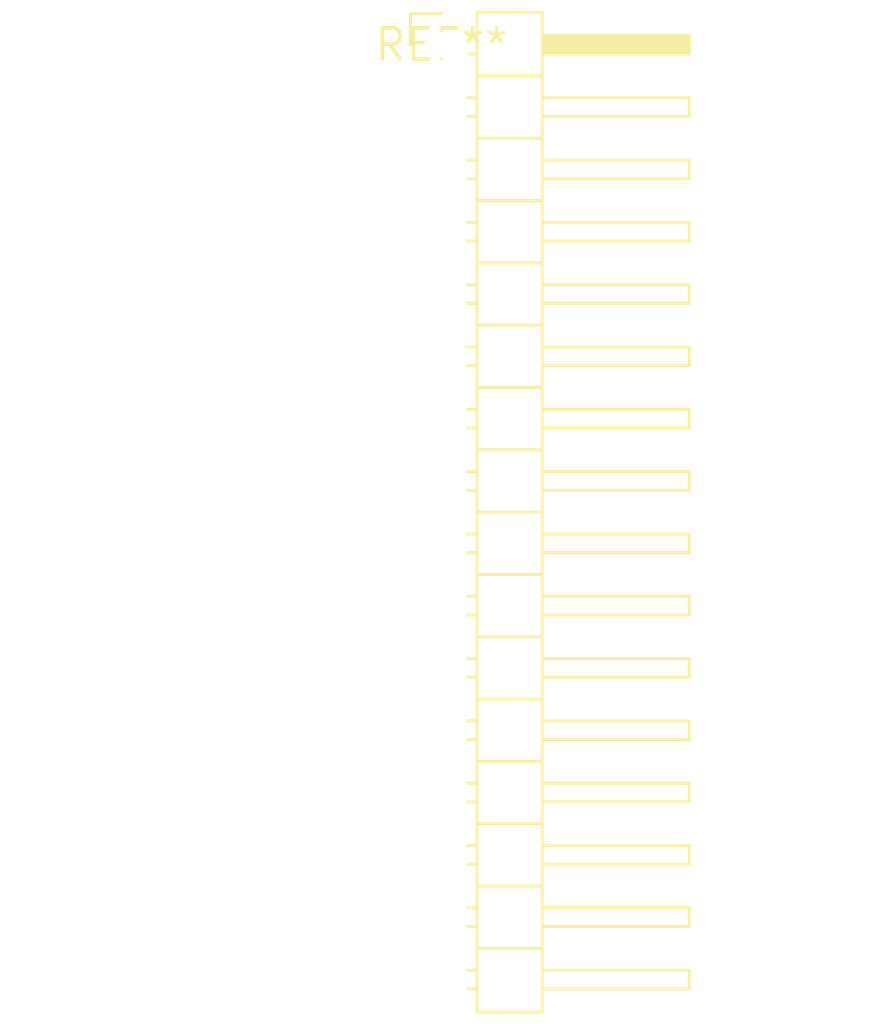
<source format=kicad_pcb>
(kicad_pcb (version 20240108) (generator pcbnew)
  (layers (0 "F.Cu" signal) (31 "B.Cu" signal) (34 "B.Paste" user) (35 "F.Paste" user) (36 "B.SilkS" user "B.Silkscreen") (37 "F.SilkS" user "F.Silkscreen") (38 "B.Mask" user) (39 "F.Mask" user) (44 "Edge.Cuts" user))
  (net 0 "")
  (footprint "PinHeader_1x16_P2.54mm_Horizontal" (layer "F.Cu") (at 0 0)
    (property "Reference" "REF**")
    (property "Value" "PinHeader_1x16_P2.54mm_Horizontal")
    (fp_line (start -1.27 -1.27) (end 0 -1.27) (layer "F.SilkS") (stroke (width 0.12)))
    (fp_line (start -1.27 0) (end -1.27 -1.27) (layer "F.SilkS") (stroke (width 0.12)))
    (fp_line (start 1.042929 2.16) (end 1.44 2.16) (layer "F.SilkS") (stroke (width 0.12)))
    (fp_line (start 1.042929 2.92) (end 1.44 2.92) (layer "F.SilkS") (stroke (width 0.12)))
    (fp_line (start 1.042929 4.7) (end 1.44 4.7) (layer "F.SilkS") (stroke (width 0.12)))
    (fp_line (start 1.042929 5.46) (end 1.44 5.46) (layer "F.SilkS") (stroke (width 0.12)))
    (fp_line (start 1.042929 7.24) (end 1.44 7.24) (layer "F.SilkS") (stroke (width 0.12)))
    (fp_line (start 1.042929 8) (end 1.44 8) (layer "F.SilkS") (stroke (width 0.12)))
    (fp_line (start 1.042929 9.78) (end 1.44 9.78) (layer "F.SilkS") (stroke (width 0.12)))
    (fp_line (start 1.042929 10.54) (end 1.44 10.54) (layer "F.SilkS") (stroke (width 0.12)))
    (fp_line (start 1.042929 12.32) (end 1.44 12.32) (layer "F.SilkS") (stroke (width 0.12)))
    (fp_line (start 1.042929 13.08) (end 1.44 13.08) (layer "F.SilkS") (stroke (width 0.12)))
    (fp_line (start 1.042929 14.86) (end 1.44 14.86) (layer "F.SilkS") (stroke (width 0.12)))
    (fp_line (start 1.042929 15.62) (end 1.44 15.62) (layer "F.SilkS") (stroke (width 0.12)))
    (fp_line (start 1.042929 17.4) (end 1.44 17.4) (layer "F.SilkS") (stroke (width 0.12)))
    (fp_line (start 1.042929 18.16) (end 1.44 18.16) (layer "F.SilkS") (stroke (width 0.12)))
    (fp_line (start 1.042929 19.94) (end 1.44 19.94) (layer "F.SilkS") (stroke (width 0.12)))
    (fp_line (start 1.042929 20.7) (end 1.44 20.7) (layer "F.SilkS") (stroke (width 0.12)))
    (fp_line (start 1.042929 22.48) (end 1.44 22.48) (layer "F.SilkS") (stroke (width 0.12)))
    (fp_line (start 1.042929 23.24) (end 1.44 23.24) (layer "F.SilkS") (stroke (width 0.12)))
    (fp_line (start 1.042929 25.02) (end 1.44 25.02) (layer "F.SilkS") (stroke (width 0.12)))
    (fp_line (start 1.042929 25.78) (end 1.44 25.78) (layer "F.SilkS") (stroke (width 0.12)))
    (fp_line (start 1.042929 27.56) (end 1.44 27.56) (layer "F.SilkS") (stroke (width 0.12)))
    (fp_line (start 1.042929 28.32) (end 1.44 28.32) (layer "F.SilkS") (stroke (width 0.12)))
    (fp_line (start 1.042929 30.1) (end 1.44 30.1) (layer "F.SilkS") (stroke (width 0.12)))
    (fp_line (start 1.042929 30.86) (end 1.44 30.86) (layer "F.SilkS") (stroke (width 0.12)))
    (fp_line (start 1.042929 32.64) (end 1.44 32.64) (layer "F.SilkS") (stroke (width 0.12)))
    (fp_line (start 1.042929 33.4) (end 1.44 33.4) (layer "F.SilkS") (stroke (width 0.12)))
    (fp_line (start 1.042929 35.18) (end 1.44 35.18) (layer "F.SilkS") (stroke (width 0.12)))
    (fp_line (start 1.042929 35.94) (end 1.44 35.94) (layer "F.SilkS") (stroke (width 0.12)))
    (fp_line (start 1.042929 37.72) (end 1.44 37.72) (layer "F.SilkS") (stroke (width 0.12)))
    (fp_line (start 1.042929 38.48) (end 1.44 38.48) (layer "F.SilkS") (stroke (width 0.12)))
    (fp_line (start 1.11 -0.38) (end 1.44 -0.38) (layer "F.SilkS") (stroke (width 0.12)))
    (fp_line (start 1.11 0.38) (end 1.44 0.38) (layer "F.SilkS") (stroke (width 0.12)))
    (fp_line (start 1.44 -1.33) (end 1.44 39.43) (layer "F.SilkS") (stroke (width 0.12)))
    (fp_line (start 1.44 1.27) (end 4.1 1.27) (layer "F.SilkS") (stroke (width 0.12)))
    (fp_line (start 1.44 3.81) (end 4.1 3.81) (layer "F.SilkS") (stroke (width 0.12)))
    (fp_line (start 1.44 6.35) (end 4.1 6.35) (layer "F.SilkS") (stroke (width 0.12)))
    (fp_line (start 1.44 8.89) (end 4.1 8.89) (layer "F.SilkS") (stroke (width 0.12)))
    (fp_line (start 1.44 11.43) (end 4.1 11.43) (layer "F.SilkS") (stroke (width 0.12)))
    (fp_line (start 1.44 13.97) (end 4.1 13.97) (layer "F.SilkS") (stroke (width 0.12)))
    (fp_line (start 1.44 16.51) (end 4.1 16.51) (layer "F.SilkS") (stroke (width 0.12)))
    (fp_line (start 1.44 19.05) (end 4.1 19.05) (layer "F.SilkS") (stroke (width 0.12)))
    (fp_line (start 1.44 21.59) (end 4.1 21.59) (layer "F.SilkS") (stroke (width 0.12)))
    (fp_line (start 1.44 24.13) (end 4.1 24.13) (layer "F.SilkS") (stroke (width 0.12)))
    (fp_line (start 1.44 26.67) (end 4.1 26.67) (layer "F.SilkS") (stroke (width 0.12)))
    (fp_line (start 1.44 29.21) (end 4.1 29.21) (layer "F.SilkS") (stroke (width 0.12)))
    (fp_line (start 1.44 31.75) (end 4.1 31.75) (layer "F.SilkS") (stroke (width 0.12)))
    (fp_line (start 1.44 34.29) (end 4.1 34.29) (layer "F.SilkS") (stroke (width 0.12)))
    (fp_line (start 1.44 36.83) (end 4.1 36.83) (layer "F.SilkS") (stroke (width 0.12)))
    (fp_line (start 1.44 39.43) (end 4.1 39.43) (layer "F.SilkS") (stroke (width 0.12)))
    (fp_line (start 4.1 -1.33) (end 1.44 -1.33) (layer "F.SilkS") (stroke (width 0.12)))
    (fp_line (start 4.1 -0.38) (end 10.1 -0.38) (layer "F.SilkS") (stroke (width 0.12)))
    (fp_line (start 4.1 -0.32) (end 10.1 -0.32) (layer "F.SilkS") (stroke (width 0.12)))
    (fp_line (start 4.1 -0.2) (end 10.1 -0.2) (layer "F.SilkS") (stroke (width 0.12)))
    (fp_line (start 4.1 -0.08) (end 10.1 -0.08) (layer "F.SilkS") (stroke (width 0.12)))
    (fp_line (start 4.1 0.04) (end 10.1 0.04) (layer "F.SilkS") (stroke (width 0.12)))
    (fp_line (start 4.1 0.16) (end 10.1 0.16) (layer "F.SilkS") (stroke (width 0.12)))
    (fp_line (start 4.1 0.28) (end 10.1 0.28) (layer "F.SilkS") (stroke (width 0.12)))
    (fp_line (start 4.1 2.16) (end 10.1 2.16) (layer "F.SilkS") (stroke (width 0.12)))
    (fp_line (start 4.1 4.7) (end 10.1 4.7) (layer "F.SilkS") (stroke (width 0.12)))
    (fp_line (start 4.1 7.24) (end 10.1 7.24) (layer "F.SilkS") (stroke (width 0.12)))
    (fp_line (start 4.1 9.78) (end 10.1 9.78) (layer "F.SilkS") (stroke (width 0.12)))
    (fp_line (start 4.1 12.32) (end 10.1 12.32) (layer "F.SilkS") (stroke (width 0.12)))
    (fp_line (start 4.1 14.86) (end 10.1 14.86) (layer "F.SilkS") (stroke (width 0.12)))
    (fp_line (start 4.1 17.4) (end 10.1 17.4) (layer "F.SilkS") (stroke (width 0.12)))
    (fp_line (start 4.1 19.94) (end 10.1 19.94) (layer "F.SilkS") (stroke (width 0.12)))
    (fp_line (start 4.1 22.48) (end 10.1 22.48) (layer "F.SilkS") (stroke (width 0.12)))
    (fp_line (start 4.1 25.02) (end 10.1 25.02) (layer "F.SilkS") (stroke (width 0.12)))
    (fp_line (start 4.1 27.56) (end 10.1 27.56) (layer "F.SilkS") (stroke (width 0.12)))
    (fp_line (start 4.1 30.1) (end 10.1 30.1) (layer "F.SilkS") (stroke (width 0.12)))
    (fp_line (start 4.1 32.64) (end 10.1 32.64) (layer "F.SilkS") (stroke (width 0.12)))
    (fp_line (start 4.1 35.18) (end 10.1 35.18) (layer "F.SilkS") (stroke (width 0.12)))
    (fp_line (start 4.1 37.72) (end 10.1 37.72) (layer "F.SilkS") (stroke (width 0.12)))
    (fp_line (start 4.1 39.43) (end 4.1 -1.33) (layer "F.SilkS") (stroke (width 0.12)))
    (fp_line (start 10.1 -0.38) (end 10.1 0.38) (layer "F.SilkS") (stroke (width 0.12)))
    (fp_line (start 10.1 0.38) (end 4.1 0.38) (layer "F.SilkS") (stroke (width 0.12)))
    (fp_line (start 10.1 2.16) (end 10.1 2.92) (layer "F.SilkS") (stroke (width 0.12)))
    (fp_line (start 10.1 2.92) (end 4.1 2.92) (layer "F.SilkS") (stroke (width 0.12)))
    (fp_line (start 10.1 4.7) (end 10.1 5.46) (layer "F.SilkS") (stroke (width 0.12)))
    (fp_line (start 10.1 5.46) (end 4.1 5.46) (layer "F.SilkS") (stroke (width 0.12)))
    (fp_line (start 10.1 7.24) (end 10.1 8) (layer "F.SilkS") (stroke (width 0.12)))
    (fp_line (start 10.1 8) (end 4.1 8) (layer "F.SilkS") (stroke (width 0.12)))
    (fp_line (start 10.1 9.78) (end 10.1 10.54) (layer "F.SilkS") (stroke (width 0.12)))
    (fp_line (start 10.1 10.54) (end 4.1 10.54) (layer "F.SilkS") (stroke (width 0.12)))
    (fp_line (start 10.1 12.32) (end 10.1 13.08) (layer "F.SilkS") (stroke (width 0.12)))
    (fp_line (start 10.1 13.08) (end 4.1 13.08) (layer "F.SilkS") (stroke (width 0.12)))
    (fp_line (start 10.1 14.86) (end 10.1 15.62) (layer "F.SilkS") (stroke (width 0.12)))
    (fp_line (start 10.1 15.62) (end 4.1 15.62) (layer "F.SilkS") (stroke (width 0.12)))
    (fp_line (start 10.1 17.4) (end 10.1 18.16) (layer "F.SilkS") (stroke (width 0.12)))
    (fp_line (start 10.1 18.16) (end 4.1 18.16) (layer "F.SilkS") (stroke (width 0.12)))
    (fp_line (start 10.1 19.94) (end 10.1 20.7) (layer "F.SilkS") (stroke (width 0.12)))
    (fp_line (start 10.1 20.7) (end 4.1 20.7) (layer "F.SilkS") (stroke (width 0.12)))
    (fp_line (start 10.1 22.48) (end 10.1 23.24) (layer "F.SilkS") (stroke (width 0.12)))
    (fp_line (start 10.1 23.24) (end 4.1 23.24) (layer "F.SilkS") (stroke (width 0.12)))
    (fp_line (start 10.1 25.02) (end 10.1 25.78) (layer "F.SilkS") (stroke (width 0.12)))
    (fp_line (start 10.1 25.78) (end 4.1 25.78) (layer "F.SilkS") (stroke (width 0.12)))
    (fp_line (start 10.1 27.56) (end 10.1 28.32) (layer "F.SilkS") (stroke (width 0.12)))
    (fp_line (start 10.1 28.32) (end 4.1 28.32) (layer "F.SilkS") (stroke (width 0.12)))
    (fp_line (start 10.1 30.1) (end 10.1 30.86) (layer "F.SilkS") (stroke (width 0.12)))
    (fp_line (start 10.1 30.86) (end 4.1 30.86) (layer "F.SilkS") (stroke (width 0.12)))
    (fp_line (start 10.1 32.64) (end 10.1 33.4) (layer "F.SilkS") (stroke (width 0.12)))
    (fp_line (start 10.1 33.4) (end 4.1 33.4) (layer "F.SilkS") (stroke (width 0.12)))
    (fp_line (start 10.1 35.18) (end 10.1 35.94) (layer "F.SilkS") (stroke (width 0.12)))
    (fp_line (start 10.1 35.94) (end 4.1 35.94) (layer "F.SilkS") (stroke (width 0.12)))
    (fp_line (start 10.1 37.72) (end 10.1 38.48) (layer "F.SilkS") (stroke (width 0.12)))
    (fp_line (start 10.1 38.48) (end 4.1 38.48) (layer "F.SilkS") (stroke (width 0.12)))
    (pad "1" thru_hole rect (at 0 0) (size 1.7 1.7) (drill 1) (layers *.Cu *.Mask) (remove_unused_layers))
    (pad "2" thru_hole oval (at 0 2.54) (size 1.7 1.7) (drill 1) (layers *.Cu *.Mask) (remove_unused_layers))
    (pad "3" thru_hole oval (at 0 5.08) (size 1.7 1.7) (drill 1) (layers *.Cu *.Mask) (remove_unused_layers))
    (pad "4" thru_hole oval (at 0 7.62) (size 1.7 1.7) (drill 1) (layers *.Cu *.Mask) (remove_unused_layers))
    (pad "5" thru_hole oval (at 0 10.16) (size 1.7 1.7) (drill 1) (layers *.Cu *.Mask) (remove_unused_layers))
    (pad "6" thru_hole oval (at 0 12.7) (size 1.7 1.7) (drill 1) (layers *.Cu *.Mask) (remove_unused_layers))
    (pad "7" thru_hole oval (at 0 15.24) (size 1.7 1.7) (drill 1) (layers *.Cu *.Mask) (remove_unused_layers))
    (pad "8" thru_hole oval (at 0 17.78) (size 1.7 1.7) (drill 1) (layers *.Cu *.Mask) (remove_unused_layers))
    (pad "9" thru_hole oval (at 0 20.32) (size 1.7 1.7) (drill 1) (layers *.Cu *.Mask) (remove_unused_layers))
    (pad "10" thru_hole oval (at 0 22.86) (size 1.7 1.7) (drill 1) (layers *.Cu *.Mask) (remove_unused_layers))
    (pad "11" thru_hole oval (at 0 25.4) (size 1.7 1.7) (drill 1) (layers *.Cu *.Mask) (remove_unused_layers))
    (pad "12" thru_hole oval (at 0 27.94) (size 1.7 1.7) (drill 1) (layers *.Cu *.Mask) (remove_unused_layers))
    (pad "13" thru_hole oval (at 0 30.48) (size 1.7 1.7) (drill 1) (layers *.Cu *.Mask) (remove_unused_layers))
    (pad "14" thru_hole oval (at 0 33.02) (size 1.7 1.7) (drill 1) (layers *.Cu *.Mask) (remove_unused_layers))
    (pad "15" thru_hole oval (at 0 35.56) (size 1.7 1.7) (drill 1) (layers *.Cu *.Mask) (remove_unused_layers))
    (pad "16" thru_hole oval (at 0 38.1) (size 1.7 1.7) (drill 1) (layers *.Cu *.Mask) (remove_unused_layers))
  )
)
</source>
